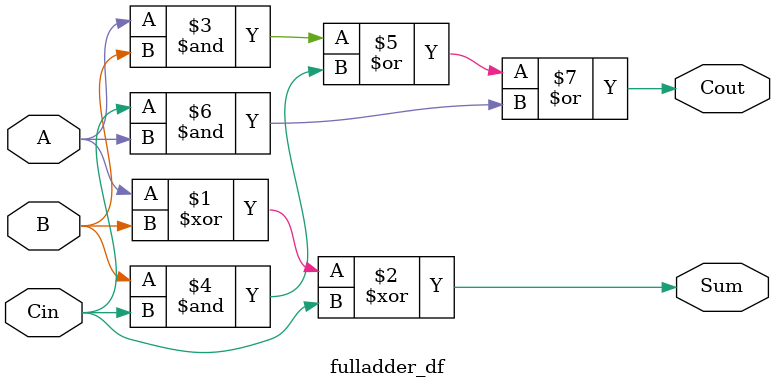
<source format=v>
module fulladder_df(input A, B, Cin, output Sum, Cout);
  assign Sum  = A ^ B ^ Cin;
  assign Cout = (A & B) | (B & Cin) | (Cin & A);
endmodule

</source>
